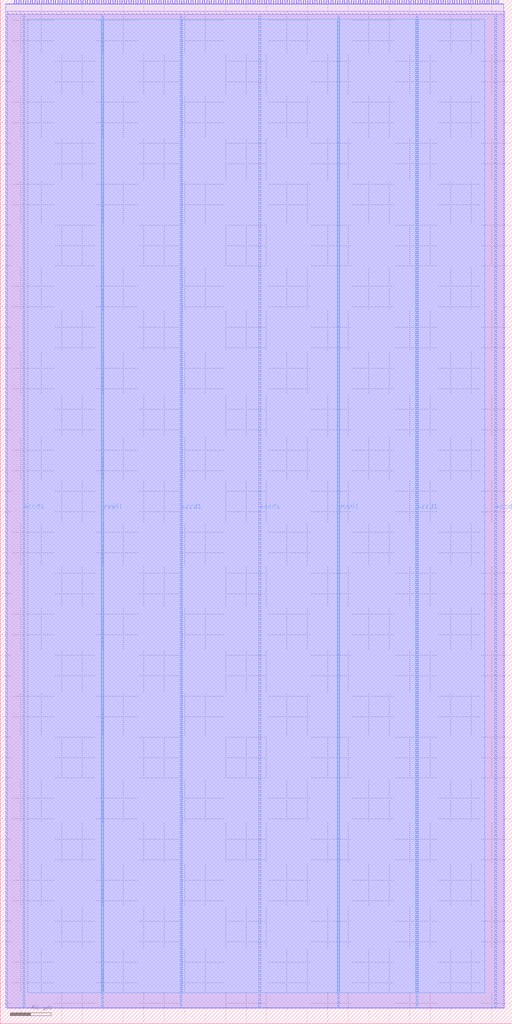
<source format=lef>
VERSION 5.7 ;
  NOWIREEXTENSIONATPIN ON ;
  DIVIDERCHAR "/" ;
  BUSBITCHARS "[]" ;
MACRO core1
  CLASS BLOCK ;
  FOREIGN core1 ;
  ORIGIN 0.000 0.000 ;
  SIZE 500.000 BY 1000.000 ;
  PIN dbg_pc[0]
    DIRECTION OUTPUT TRISTATE ;
    USE SIGNAL ;
    ANTENNADIFFAREA 2.080400 ;
    PORT
      LAYER Metal2 ;
        RECT 53.760 996.000 54.320 1000.000 ;
    END
  END dbg_pc[0]
  PIN dbg_pc[10]
    DIRECTION OUTPUT TRISTATE ;
    USE SIGNAL ;
    ANTENNADIFFAREA 2.080400 ;
    PORT
      LAYER Metal2 ;
        RECT 318.080 996.000 318.640 1000.000 ;
    END
  END dbg_pc[10]
  PIN dbg_pc[11]
    DIRECTION OUTPUT TRISTATE ;
    USE SIGNAL ;
    ANTENNADIFFAREA 2.080400 ;
    PORT
      LAYER Metal2 ;
        RECT 340.480 996.000 341.040 1000.000 ;
    END
  END dbg_pc[11]
  PIN dbg_pc[12]
    DIRECTION OUTPUT TRISTATE ;
    USE SIGNAL ;
    ANTENNADIFFAREA 2.080400 ;
    PORT
      LAYER Metal2 ;
        RECT 362.880 996.000 363.440 1000.000 ;
    END
  END dbg_pc[12]
  PIN dbg_pc[13]
    DIRECTION OUTPUT TRISTATE ;
    USE SIGNAL ;
    ANTENNADIFFAREA 2.080400 ;
    PORT
      LAYER Metal2 ;
        RECT 385.280 996.000 385.840 1000.000 ;
    END
  END dbg_pc[13]
  PIN dbg_pc[14]
    DIRECTION OUTPUT TRISTATE ;
    USE SIGNAL ;
    ANTENNADIFFAREA 2.080400 ;
    PORT
      LAYER Metal2 ;
        RECT 407.680 996.000 408.240 1000.000 ;
    END
  END dbg_pc[14]
  PIN dbg_pc[15]
    DIRECTION OUTPUT TRISTATE ;
    USE SIGNAL ;
    ANTENNADIFFAREA 2.080400 ;
    PORT
      LAYER Metal2 ;
        RECT 430.080 996.000 430.640 1000.000 ;
    END
  END dbg_pc[15]
  PIN dbg_pc[1]
    DIRECTION OUTPUT TRISTATE ;
    USE SIGNAL ;
    ANTENNADIFFAREA 2.080400 ;
    PORT
      LAYER Metal2 ;
        RECT 82.880 996.000 83.440 1000.000 ;
    END
  END dbg_pc[1]
  PIN dbg_pc[2]
    DIRECTION OUTPUT TRISTATE ;
    USE SIGNAL ;
    ANTENNADIFFAREA 2.080400 ;
    PORT
      LAYER Metal2 ;
        RECT 112.000 996.000 112.560 1000.000 ;
    END
  END dbg_pc[2]
  PIN dbg_pc[3]
    DIRECTION OUTPUT TRISTATE ;
    USE SIGNAL ;
    ANTENNADIFFAREA 1.986000 ;
    PORT
      LAYER Metal2 ;
        RECT 138.880 996.000 139.440 1000.000 ;
    END
  END dbg_pc[3]
  PIN dbg_pc[4]
    DIRECTION OUTPUT TRISTATE ;
    USE SIGNAL ;
    ANTENNADIFFAREA 2.080400 ;
    PORT
      LAYER Metal2 ;
        RECT 165.760 996.000 166.320 1000.000 ;
    END
  END dbg_pc[4]
  PIN dbg_pc[5]
    DIRECTION OUTPUT TRISTATE ;
    USE SIGNAL ;
    ANTENNADIFFAREA 2.080400 ;
    PORT
      LAYER Metal2 ;
        RECT 192.640 996.000 193.200 1000.000 ;
    END
  END dbg_pc[5]
  PIN dbg_pc[6]
    DIRECTION OUTPUT TRISTATE ;
    USE SIGNAL ;
    ANTENNADIFFAREA 2.080400 ;
    PORT
      LAYER Metal2 ;
        RECT 219.520 996.000 220.080 1000.000 ;
    END
  END dbg_pc[6]
  PIN dbg_pc[7]
    DIRECTION OUTPUT TRISTATE ;
    USE SIGNAL ;
    ANTENNADIFFAREA 1.986000 ;
    PORT
      LAYER Metal2 ;
        RECT 246.400 996.000 246.960 1000.000 ;
    END
  END dbg_pc[7]
  PIN dbg_pc[8]
    DIRECTION OUTPUT TRISTATE ;
    USE SIGNAL ;
    ANTENNADIFFAREA 2.080400 ;
    PORT
      LAYER Metal2 ;
        RECT 273.280 996.000 273.840 1000.000 ;
    END
  END dbg_pc[8]
  PIN dbg_pc[9]
    DIRECTION OUTPUT TRISTATE ;
    USE SIGNAL ;
    ANTENNADIFFAREA 2.080400 ;
    PORT
      LAYER Metal2 ;
        RECT 295.680 996.000 296.240 1000.000 ;
    END
  END dbg_pc[9]
  PIN dbg_r0[0]
    DIRECTION OUTPUT TRISTATE ;
    USE SIGNAL ;
    ANTENNADIFFAREA 2.080400 ;
    PORT
      LAYER Metal2 ;
        RECT 56.000 996.000 56.560 1000.000 ;
    END
  END dbg_r0[0]
  PIN dbg_r0[10]
    DIRECTION OUTPUT TRISTATE ;
    USE SIGNAL ;
    ANTENNADIFFAREA 2.080400 ;
    PORT
      LAYER Metal2 ;
        RECT 320.320 996.000 320.880 1000.000 ;
    END
  END dbg_r0[10]
  PIN dbg_r0[11]
    DIRECTION OUTPUT TRISTATE ;
    USE SIGNAL ;
    ANTENNADIFFAREA 2.080400 ;
    PORT
      LAYER Metal2 ;
        RECT 342.720 996.000 343.280 1000.000 ;
    END
  END dbg_r0[11]
  PIN dbg_r0[12]
    DIRECTION OUTPUT TRISTATE ;
    USE SIGNAL ;
    ANTENNADIFFAREA 2.080400 ;
    PORT
      LAYER Metal2 ;
        RECT 365.120 996.000 365.680 1000.000 ;
    END
  END dbg_r0[12]
  PIN dbg_r0[13]
    DIRECTION OUTPUT TRISTATE ;
    USE SIGNAL ;
    ANTENNADIFFAREA 2.080400 ;
    PORT
      LAYER Metal2 ;
        RECT 387.520 996.000 388.080 1000.000 ;
    END
  END dbg_r0[13]
  PIN dbg_r0[14]
    DIRECTION OUTPUT TRISTATE ;
    USE SIGNAL ;
    ANTENNADIFFAREA 2.080400 ;
    PORT
      LAYER Metal2 ;
        RECT 409.920 996.000 410.480 1000.000 ;
    END
  END dbg_r0[14]
  PIN dbg_r0[15]
    DIRECTION OUTPUT TRISTATE ;
    USE SIGNAL ;
    ANTENNADIFFAREA 2.080400 ;
    PORT
      LAYER Metal2 ;
        RECT 432.320 996.000 432.880 1000.000 ;
    END
  END dbg_r0[15]
  PIN dbg_r0[1]
    DIRECTION OUTPUT TRISTATE ;
    USE SIGNAL ;
    ANTENNADIFFAREA 2.080400 ;
    PORT
      LAYER Metal2 ;
        RECT 85.120 996.000 85.680 1000.000 ;
    END
  END dbg_r0[1]
  PIN dbg_r0[2]
    DIRECTION OUTPUT TRISTATE ;
    USE SIGNAL ;
    ANTENNADIFFAREA 2.080400 ;
    PORT
      LAYER Metal2 ;
        RECT 114.240 996.000 114.800 1000.000 ;
    END
  END dbg_r0[2]
  PIN dbg_r0[3]
    DIRECTION OUTPUT TRISTATE ;
    USE SIGNAL ;
    ANTENNADIFFAREA 2.080400 ;
    PORT
      LAYER Metal2 ;
        RECT 141.120 996.000 141.680 1000.000 ;
    END
  END dbg_r0[3]
  PIN dbg_r0[4]
    DIRECTION OUTPUT TRISTATE ;
    USE SIGNAL ;
    ANTENNADIFFAREA 2.080400 ;
    PORT
      LAYER Metal2 ;
        RECT 168.000 996.000 168.560 1000.000 ;
    END
  END dbg_r0[4]
  PIN dbg_r0[5]
    DIRECTION OUTPUT TRISTATE ;
    USE SIGNAL ;
    ANTENNADIFFAREA 2.080400 ;
    PORT
      LAYER Metal2 ;
        RECT 194.880 996.000 195.440 1000.000 ;
    END
  END dbg_r0[5]
  PIN dbg_r0[6]
    DIRECTION OUTPUT TRISTATE ;
    USE SIGNAL ;
    ANTENNADIFFAREA 1.986000 ;
    PORT
      LAYER Metal2 ;
        RECT 221.760 996.000 222.320 1000.000 ;
    END
  END dbg_r0[6]
  PIN dbg_r0[7]
    DIRECTION OUTPUT TRISTATE ;
    USE SIGNAL ;
    ANTENNADIFFAREA 2.080400 ;
    PORT
      LAYER Metal2 ;
        RECT 248.640 996.000 249.200 1000.000 ;
    END
  END dbg_r0[7]
  PIN dbg_r0[8]
    DIRECTION OUTPUT TRISTATE ;
    USE SIGNAL ;
    ANTENNADIFFAREA 2.080400 ;
    PORT
      LAYER Metal2 ;
        RECT 275.520 996.000 276.080 1000.000 ;
    END
  END dbg_r0[8]
  PIN dbg_r0[9]
    DIRECTION OUTPUT TRISTATE ;
    USE SIGNAL ;
    ANTENNADIFFAREA 2.080400 ;
    PORT
      LAYER Metal2 ;
        RECT 297.920 996.000 298.480 1000.000 ;
    END
  END dbg_r0[9]
  PIN i_clk
    DIRECTION INPUT ;
    USE SIGNAL ;
    ANTENNAGATEAREA 4.738000 ;
    ANTENNADIFFAREA 0.410400 ;
    PORT
      LAYER Metal2 ;
        RECT 13.440 996.000 14.000 1000.000 ;
    END
  END i_clk
  PIN i_core_int_sreg[0]
    DIRECTION INPUT ;
    USE SIGNAL ;
    ANTENNAGATEAREA 1.102000 ;
    ANTENNADIFFAREA 0.410400 ;
    PORT
      LAYER Metal2 ;
        RECT 58.240 996.000 58.800 1000.000 ;
    END
  END i_core_int_sreg[0]
  PIN i_core_int_sreg[10]
    DIRECTION INPUT ;
    USE SIGNAL ;
    ANTENNAGATEAREA 0.726000 ;
    ANTENNADIFFAREA 0.410400 ;
    PORT
      LAYER Metal2 ;
        RECT 322.560 996.000 323.120 1000.000 ;
    END
  END i_core_int_sreg[10]
  PIN i_core_int_sreg[11]
    DIRECTION INPUT ;
    USE SIGNAL ;
    ANTENNAGATEAREA 0.726000 ;
    ANTENNADIFFAREA 0.410400 ;
    PORT
      LAYER Metal2 ;
        RECT 344.960 996.000 345.520 1000.000 ;
    END
  END i_core_int_sreg[11]
  PIN i_core_int_sreg[12]
    DIRECTION INPUT ;
    USE SIGNAL ;
    ANTENNAGATEAREA 1.102000 ;
    ANTENNADIFFAREA 0.410400 ;
    PORT
      LAYER Metal2 ;
        RECT 367.360 996.000 367.920 1000.000 ;
    END
  END i_core_int_sreg[12]
  PIN i_core_int_sreg[13]
    DIRECTION INPUT ;
    USE SIGNAL ;
    ANTENNAGATEAREA 0.726000 ;
    ANTENNADIFFAREA 0.410400 ;
    PORT
      LAYER Metal2 ;
        RECT 389.760 996.000 390.320 1000.000 ;
    END
  END i_core_int_sreg[13]
  PIN i_core_int_sreg[14]
    DIRECTION INPUT ;
    USE SIGNAL ;
    ANTENNAGATEAREA 1.102000 ;
    ANTENNADIFFAREA 0.410400 ;
    PORT
      LAYER Metal2 ;
        RECT 412.160 996.000 412.720 1000.000 ;
    END
  END i_core_int_sreg[14]
  PIN i_core_int_sreg[15]
    DIRECTION INPUT ;
    USE SIGNAL ;
    ANTENNAGATEAREA 1.102000 ;
    ANTENNADIFFAREA 0.410400 ;
    PORT
      LAYER Metal2 ;
        RECT 434.560 996.000 435.120 1000.000 ;
    END
  END i_core_int_sreg[15]
  PIN i_core_int_sreg[1]
    DIRECTION INPUT ;
    USE SIGNAL ;
    ANTENNAGATEAREA 0.726000 ;
    ANTENNADIFFAREA 0.410400 ;
    PORT
      LAYER Metal2 ;
        RECT 87.360 996.000 87.920 1000.000 ;
    END
  END i_core_int_sreg[1]
  PIN i_core_int_sreg[2]
    DIRECTION INPUT ;
    USE SIGNAL ;
    ANTENNAGATEAREA 1.102000 ;
    ANTENNADIFFAREA 0.410400 ;
    PORT
      LAYER Metal2 ;
        RECT 116.480 996.000 117.040 1000.000 ;
    END
  END i_core_int_sreg[2]
  PIN i_core_int_sreg[3]
    DIRECTION INPUT ;
    USE SIGNAL ;
    ANTENNAGATEAREA 0.726000 ;
    ANTENNADIFFAREA 0.410400 ;
    PORT
      LAYER Metal2 ;
        RECT 143.360 996.000 143.920 1000.000 ;
    END
  END i_core_int_sreg[3]
  PIN i_core_int_sreg[4]
    DIRECTION INPUT ;
    USE SIGNAL ;
    ANTENNAGATEAREA 0.726000 ;
    ANTENNADIFFAREA 0.410400 ;
    PORT
      LAYER Metal2 ;
        RECT 170.240 996.000 170.800 1000.000 ;
    END
  END i_core_int_sreg[4]
  PIN i_core_int_sreg[5]
    DIRECTION INPUT ;
    USE SIGNAL ;
    ANTENNAGATEAREA 1.102000 ;
    ANTENNADIFFAREA 0.410400 ;
    PORT
      LAYER Metal2 ;
        RECT 197.120 996.000 197.680 1000.000 ;
    END
  END i_core_int_sreg[5]
  PIN i_core_int_sreg[6]
    DIRECTION INPUT ;
    USE SIGNAL ;
    ANTENNAGATEAREA 1.102000 ;
    ANTENNADIFFAREA 0.410400 ;
    PORT
      LAYER Metal2 ;
        RECT 224.000 996.000 224.560 1000.000 ;
    END
  END i_core_int_sreg[6]
  PIN i_core_int_sreg[7]
    DIRECTION INPUT ;
    USE SIGNAL ;
    ANTENNAGATEAREA 1.183000 ;
    ANTENNADIFFAREA 0.410400 ;
    PORT
      LAYER Metal2 ;
        RECT 250.880 996.000 251.440 1000.000 ;
    END
  END i_core_int_sreg[7]
  PIN i_core_int_sreg[8]
    DIRECTION INPUT ;
    USE SIGNAL ;
    ANTENNAGATEAREA 0.726000 ;
    ANTENNADIFFAREA 0.410400 ;
    PORT
      LAYER Metal2 ;
        RECT 277.760 996.000 278.320 1000.000 ;
    END
  END i_core_int_sreg[8]
  PIN i_core_int_sreg[9]
    DIRECTION INPUT ;
    USE SIGNAL ;
    ANTENNAGATEAREA 0.726000 ;
    ANTENNADIFFAREA 0.410400 ;
    PORT
      LAYER Metal2 ;
        RECT 300.160 996.000 300.720 1000.000 ;
    END
  END i_core_int_sreg[9]
  PIN i_disable
    DIRECTION INPUT ;
    USE SIGNAL ;
    ANTENNAGATEAREA 0.741000 ;
    ANTENNADIFFAREA 0.410400 ;
    PORT
      LAYER Metal2 ;
        RECT 15.680 996.000 16.240 1000.000 ;
    END
  END i_disable
  PIN i_irq
    DIRECTION INPUT ;
    USE SIGNAL ;
    ANTENNAGATEAREA 0.726000 ;
    ANTENNADIFFAREA 0.410400 ;
    PORT
      LAYER Metal2 ;
        RECT 17.920 996.000 18.480 1000.000 ;
    END
  END i_irq
  PIN i_mc_core_int
    DIRECTION INPUT ;
    USE SIGNAL ;
    ANTENNAGATEAREA 0.726000 ;
    ANTENNADIFFAREA 0.410400 ;
    PORT
      LAYER Metal2 ;
        RECT 20.160 996.000 20.720 1000.000 ;
    END
  END i_mc_core_int
  PIN i_mem_ack
    DIRECTION INPUT ;
    USE SIGNAL ;
    ANTENNAGATEAREA 0.726000 ;
    ANTENNADIFFAREA 0.410400 ;
    PORT
      LAYER Metal2 ;
        RECT 22.400 996.000 22.960 1000.000 ;
    END
  END i_mem_ack
  PIN i_mem_data[0]
    DIRECTION INPUT ;
    USE SIGNAL ;
    ANTENNAGATEAREA 0.741000 ;
    ANTENNADIFFAREA 0.410400 ;
    PORT
      LAYER Metal2 ;
        RECT 60.480 996.000 61.040 1000.000 ;
    END
  END i_mem_data[0]
  PIN i_mem_data[10]
    DIRECTION INPUT ;
    USE SIGNAL ;
    ANTENNAGATEAREA 0.726000 ;
    ANTENNADIFFAREA 0.410400 ;
    PORT
      LAYER Metal2 ;
        RECT 324.800 996.000 325.360 1000.000 ;
    END
  END i_mem_data[10]
  PIN i_mem_data[11]
    DIRECTION INPUT ;
    USE SIGNAL ;
    ANTENNAGATEAREA 0.726000 ;
    ANTENNADIFFAREA 0.410400 ;
    PORT
      LAYER Metal2 ;
        RECT 347.200 996.000 347.760 1000.000 ;
    END
  END i_mem_data[11]
  PIN i_mem_data[12]
    DIRECTION INPUT ;
    USE SIGNAL ;
    ANTENNAGATEAREA 0.726000 ;
    ANTENNADIFFAREA 0.410400 ;
    PORT
      LAYER Metal2 ;
        RECT 369.600 996.000 370.160 1000.000 ;
    END
  END i_mem_data[12]
  PIN i_mem_data[13]
    DIRECTION INPUT ;
    USE SIGNAL ;
    ANTENNAGATEAREA 0.726000 ;
    ANTENNADIFFAREA 0.410400 ;
    PORT
      LAYER Metal2 ;
        RECT 392.000 996.000 392.560 1000.000 ;
    END
  END i_mem_data[13]
  PIN i_mem_data[14]
    DIRECTION INPUT ;
    USE SIGNAL ;
    ANTENNAGATEAREA 1.102000 ;
    ANTENNADIFFAREA 0.410400 ;
    PORT
      LAYER Metal2 ;
        RECT 414.400 996.000 414.960 1000.000 ;
    END
  END i_mem_data[14]
  PIN i_mem_data[15]
    DIRECTION INPUT ;
    USE SIGNAL ;
    ANTENNAGATEAREA 1.102000 ;
    ANTENNADIFFAREA 0.410400 ;
    PORT
      LAYER Metal2 ;
        RECT 436.800 996.000 437.360 1000.000 ;
    END
  END i_mem_data[15]
  PIN i_mem_data[1]
    DIRECTION INPUT ;
    USE SIGNAL ;
    ANTENNAGATEAREA 0.741000 ;
    ANTENNADIFFAREA 0.410400 ;
    PORT
      LAYER Metal2 ;
        RECT 89.600 996.000 90.160 1000.000 ;
    END
  END i_mem_data[1]
  PIN i_mem_data[2]
    DIRECTION INPUT ;
    USE SIGNAL ;
    ANTENNAGATEAREA 0.741000 ;
    ANTENNADIFFAREA 0.410400 ;
    PORT
      LAYER Metal2 ;
        RECT 118.720 996.000 119.280 1000.000 ;
    END
  END i_mem_data[2]
  PIN i_mem_data[3]
    DIRECTION INPUT ;
    USE SIGNAL ;
    ANTENNAGATEAREA 0.741000 ;
    ANTENNADIFFAREA 0.410400 ;
    PORT
      LAYER Metal2 ;
        RECT 145.600 996.000 146.160 1000.000 ;
    END
  END i_mem_data[3]
  PIN i_mem_data[4]
    DIRECTION INPUT ;
    USE SIGNAL ;
    ANTENNAGATEAREA 0.741000 ;
    ANTENNADIFFAREA 0.410400 ;
    PORT
      LAYER Metal2 ;
        RECT 172.480 996.000 173.040 1000.000 ;
    END
  END i_mem_data[4]
  PIN i_mem_data[5]
    DIRECTION INPUT ;
    USE SIGNAL ;
    ANTENNAGATEAREA 0.741000 ;
    ANTENNADIFFAREA 0.410400 ;
    PORT
      LAYER Metal2 ;
        RECT 199.360 996.000 199.920 1000.000 ;
    END
  END i_mem_data[5]
  PIN i_mem_data[6]
    DIRECTION INPUT ;
    USE SIGNAL ;
    ANTENNAGATEAREA 0.741000 ;
    ANTENNADIFFAREA 0.410400 ;
    PORT
      LAYER Metal2 ;
        RECT 226.240 996.000 226.800 1000.000 ;
    END
  END i_mem_data[6]
  PIN i_mem_data[7]
    DIRECTION INPUT ;
    USE SIGNAL ;
    ANTENNAGATEAREA 0.741000 ;
    ANTENNADIFFAREA 0.410400 ;
    PORT
      LAYER Metal2 ;
        RECT 253.120 996.000 253.680 1000.000 ;
    END
  END i_mem_data[7]
  PIN i_mem_data[8]
    DIRECTION INPUT ;
    USE SIGNAL ;
    ANTENNAGATEAREA 0.726000 ;
    ANTENNADIFFAREA 0.410400 ;
    PORT
      LAYER Metal2 ;
        RECT 280.000 996.000 280.560 1000.000 ;
    END
  END i_mem_data[8]
  PIN i_mem_data[9]
    DIRECTION INPUT ;
    USE SIGNAL ;
    ANTENNAGATEAREA 0.726000 ;
    ANTENNADIFFAREA 0.410400 ;
    PORT
      LAYER Metal2 ;
        RECT 302.400 996.000 302.960 1000.000 ;
    END
  END i_mem_data[9]
  PIN i_mem_exception
    DIRECTION INPUT ;
    USE SIGNAL ;
    ANTENNAGATEAREA 1.102000 ;
    ANTENNADIFFAREA 0.410400 ;
    PORT
      LAYER Metal2 ;
        RECT 24.640 996.000 25.200 1000.000 ;
    END
  END i_mem_exception
  PIN i_req_data[0]
    DIRECTION INPUT ;
    USE SIGNAL ;
    ANTENNAGATEAREA 1.102000 ;
    ANTENNADIFFAREA 0.410400 ;
    PORT
      LAYER Metal2 ;
        RECT 62.720 996.000 63.280 1000.000 ;
    END
  END i_req_data[0]
  PIN i_req_data[10]
    DIRECTION INPUT ;
    USE SIGNAL ;
    ANTENNAGATEAREA 0.498500 ;
    ANTENNADIFFAREA 0.410400 ;
    PORT
      LAYER Metal2 ;
        RECT 327.040 996.000 327.600 1000.000 ;
    END
  END i_req_data[10]
  PIN i_req_data[11]
    DIRECTION INPUT ;
    USE SIGNAL ;
    ANTENNAGATEAREA 0.726000 ;
    ANTENNADIFFAREA 0.410400 ;
    PORT
      LAYER Metal2 ;
        RECT 349.440 996.000 350.000 1000.000 ;
    END
  END i_req_data[11]
  PIN i_req_data[12]
    DIRECTION INPUT ;
    USE SIGNAL ;
    ANTENNAGATEAREA 0.726000 ;
    ANTENNADIFFAREA 0.410400 ;
    PORT
      LAYER Metal2 ;
        RECT 371.840 996.000 372.400 1000.000 ;
    END
  END i_req_data[12]
  PIN i_req_data[13]
    DIRECTION INPUT ;
    USE SIGNAL ;
    ANTENNAGATEAREA 0.726000 ;
    ANTENNADIFFAREA 0.410400 ;
    PORT
      LAYER Metal2 ;
        RECT 394.240 996.000 394.800 1000.000 ;
    END
  END i_req_data[13]
  PIN i_req_data[14]
    DIRECTION INPUT ;
    USE SIGNAL ;
    ANTENNAGATEAREA 0.726000 ;
    ANTENNADIFFAREA 0.410400 ;
    PORT
      LAYER Metal2 ;
        RECT 416.640 996.000 417.200 1000.000 ;
    END
  END i_req_data[14]
  PIN i_req_data[15]
    DIRECTION INPUT ;
    USE SIGNAL ;
    ANTENNAGATEAREA 0.726000 ;
    ANTENNADIFFAREA 0.410400 ;
    PORT
      LAYER Metal2 ;
        RECT 439.040 996.000 439.600 1000.000 ;
    END
  END i_req_data[15]
  PIN i_req_data[16]
    DIRECTION INPUT ;
    USE SIGNAL ;
    ANTENNAGATEAREA 0.726000 ;
    ANTENNADIFFAREA 0.410400 ;
    PORT
      LAYER Metal2 ;
        RECT 452.480 996.000 453.040 1000.000 ;
    END
  END i_req_data[16]
  PIN i_req_data[17]
    DIRECTION INPUT ;
    USE SIGNAL ;
    ANTENNAGATEAREA 0.498500 ;
    ANTENNADIFFAREA 0.410400 ;
    PORT
      LAYER Metal2 ;
        RECT 454.720 996.000 455.280 1000.000 ;
    END
  END i_req_data[17]
  PIN i_req_data[18]
    DIRECTION INPUT ;
    USE SIGNAL ;
    ANTENNAGATEAREA 0.498500 ;
    ANTENNADIFFAREA 0.410400 ;
    PORT
      LAYER Metal2 ;
        RECT 456.960 996.000 457.520 1000.000 ;
    END
  END i_req_data[18]
  PIN i_req_data[19]
    DIRECTION INPUT ;
    USE SIGNAL ;
    ANTENNAGATEAREA 0.726000 ;
    ANTENNADIFFAREA 0.410400 ;
    PORT
      LAYER Metal2 ;
        RECT 459.200 996.000 459.760 1000.000 ;
    END
  END i_req_data[19]
  PIN i_req_data[1]
    DIRECTION INPUT ;
    USE SIGNAL ;
    ANTENNAGATEAREA 1.102000 ;
    ANTENNADIFFAREA 0.410400 ;
    PORT
      LAYER Metal2 ;
        RECT 91.840 996.000 92.400 1000.000 ;
    END
  END i_req_data[1]
  PIN i_req_data[20]
    DIRECTION INPUT ;
    USE SIGNAL ;
    ANTENNAGATEAREA 0.498500 ;
    ANTENNADIFFAREA 0.410400 ;
    PORT
      LAYER Metal2 ;
        RECT 461.440 996.000 462.000 1000.000 ;
    END
  END i_req_data[20]
  PIN i_req_data[21]
    DIRECTION INPUT ;
    USE SIGNAL ;
    ANTENNAGATEAREA 0.726000 ;
    ANTENNADIFFAREA 0.410400 ;
    PORT
      LAYER Metal2 ;
        RECT 463.680 996.000 464.240 1000.000 ;
    END
  END i_req_data[21]
  PIN i_req_data[22]
    DIRECTION INPUT ;
    USE SIGNAL ;
    ANTENNAGATEAREA 0.498500 ;
    ANTENNADIFFAREA 0.410400 ;
    PORT
      LAYER Metal2 ;
        RECT 465.920 996.000 466.480 1000.000 ;
    END
  END i_req_data[22]
  PIN i_req_data[23]
    DIRECTION INPUT ;
    USE SIGNAL ;
    ANTENNAGATEAREA 0.498500 ;
    ANTENNADIFFAREA 0.410400 ;
    PORT
      LAYER Metal2 ;
        RECT 468.160 996.000 468.720 1000.000 ;
    END
  END i_req_data[23]
  PIN i_req_data[24]
    DIRECTION INPUT ;
    USE SIGNAL ;
    ANTENNAGATEAREA 0.498500 ;
    ANTENNADIFFAREA 0.410400 ;
    PORT
      LAYER Metal2 ;
        RECT 470.400 996.000 470.960 1000.000 ;
    END
  END i_req_data[24]
  PIN i_req_data[25]
    DIRECTION INPUT ;
    USE SIGNAL ;
    ANTENNAGATEAREA 0.726000 ;
    ANTENNADIFFAREA 0.410400 ;
    PORT
      LAYER Metal2 ;
        RECT 472.640 996.000 473.200 1000.000 ;
    END
  END i_req_data[25]
  PIN i_req_data[26]
    DIRECTION INPUT ;
    USE SIGNAL ;
    ANTENNAGATEAREA 0.726000 ;
    ANTENNADIFFAREA 0.410400 ;
    PORT
      LAYER Metal2 ;
        RECT 474.880 996.000 475.440 1000.000 ;
    END
  END i_req_data[26]
  PIN i_req_data[27]
    DIRECTION INPUT ;
    USE SIGNAL ;
    ANTENNAGATEAREA 0.726000 ;
    ANTENNADIFFAREA 0.410400 ;
    PORT
      LAYER Metal2 ;
        RECT 477.120 996.000 477.680 1000.000 ;
    END
  END i_req_data[27]
  PIN i_req_data[28]
    DIRECTION INPUT ;
    USE SIGNAL ;
    ANTENNAGATEAREA 0.726000 ;
    ANTENNADIFFAREA 0.410400 ;
    PORT
      LAYER Metal2 ;
        RECT 479.360 996.000 479.920 1000.000 ;
    END
  END i_req_data[28]
  PIN i_req_data[29]
    DIRECTION INPUT ;
    USE SIGNAL ;
    ANTENNAGATEAREA 0.726000 ;
    ANTENNADIFFAREA 0.410400 ;
    PORT
      LAYER Metal2 ;
        RECT 481.600 996.000 482.160 1000.000 ;
    END
  END i_req_data[29]
  PIN i_req_data[2]
    DIRECTION INPUT ;
    USE SIGNAL ;
    ANTENNAGATEAREA 0.726000 ;
    ANTENNADIFFAREA 0.410400 ;
    PORT
      LAYER Metal2 ;
        RECT 120.960 996.000 121.520 1000.000 ;
    END
  END i_req_data[2]
  PIN i_req_data[30]
    DIRECTION INPUT ;
    USE SIGNAL ;
    ANTENNAGATEAREA 0.498500 ;
    ANTENNADIFFAREA 0.410400 ;
    PORT
      LAYER Metal2 ;
        RECT 483.840 996.000 484.400 1000.000 ;
    END
  END i_req_data[30]
  PIN i_req_data[31]
    DIRECTION INPUT ;
    USE SIGNAL ;
    ANTENNAGATEAREA 0.726000 ;
    ANTENNADIFFAREA 0.410400 ;
    PORT
      LAYER Metal2 ;
        RECT 486.080 996.000 486.640 1000.000 ;
    END
  END i_req_data[31]
  PIN i_req_data[3]
    DIRECTION INPUT ;
    USE SIGNAL ;
    ANTENNAGATEAREA 0.726000 ;
    ANTENNADIFFAREA 0.410400 ;
    PORT
      LAYER Metal2 ;
        RECT 147.840 996.000 148.400 1000.000 ;
    END
  END i_req_data[3]
  PIN i_req_data[4]
    DIRECTION INPUT ;
    USE SIGNAL ;
    ANTENNAGATEAREA 0.498500 ;
    ANTENNADIFFAREA 0.410400 ;
    PORT
      LAYER Metal2 ;
        RECT 174.720 996.000 175.280 1000.000 ;
    END
  END i_req_data[4]
  PIN i_req_data[5]
    DIRECTION INPUT ;
    USE SIGNAL ;
    ANTENNAGATEAREA 0.498500 ;
    ANTENNADIFFAREA 0.410400 ;
    PORT
      LAYER Metal2 ;
        RECT 201.600 996.000 202.160 1000.000 ;
    END
  END i_req_data[5]
  PIN i_req_data[6]
    DIRECTION INPUT ;
    USE SIGNAL ;
    ANTENNAGATEAREA 0.498500 ;
    ANTENNADIFFAREA 0.410400 ;
    PORT
      LAYER Metal2 ;
        RECT 228.480 996.000 229.040 1000.000 ;
    END
  END i_req_data[6]
  PIN i_req_data[7]
    DIRECTION INPUT ;
    USE SIGNAL ;
    ANTENNAGATEAREA 0.498500 ;
    ANTENNADIFFAREA 0.410400 ;
    PORT
      LAYER Metal2 ;
        RECT 255.360 996.000 255.920 1000.000 ;
    END
  END i_req_data[7]
  PIN i_req_data[8]
    DIRECTION INPUT ;
    USE SIGNAL ;
    ANTENNAGATEAREA 0.498500 ;
    ANTENNADIFFAREA 0.410400 ;
    PORT
      LAYER Metal2 ;
        RECT 282.240 996.000 282.800 1000.000 ;
    END
  END i_req_data[8]
  PIN i_req_data[9]
    DIRECTION INPUT ;
    USE SIGNAL ;
    ANTENNAGATEAREA 0.498500 ;
    ANTENNADIFFAREA 0.410400 ;
    PORT
      LAYER Metal2 ;
        RECT 304.640 996.000 305.200 1000.000 ;
    END
  END i_req_data[9]
  PIN i_req_data_valid
    DIRECTION INPUT ;
    USE SIGNAL ;
    ANTENNAGATEAREA 0.726000 ;
    ANTENNADIFFAREA 0.410400 ;
    PORT
      LAYER Metal2 ;
        RECT 26.880 996.000 27.440 1000.000 ;
    END
  END i_req_data_valid
  PIN i_rst
    DIRECTION INPUT ;
    USE SIGNAL ;
    ANTENNAGATEAREA 0.741000 ;
    ANTENNADIFFAREA 0.410400 ;
    PORT
      LAYER Metal2 ;
        RECT 29.120 996.000 29.680 1000.000 ;
    END
  END i_rst
  PIN o_c_data_page
    DIRECTION OUTPUT TRISTATE ;
    USE SIGNAL ;
    ANTENNADIFFAREA 2.080400 ;
    PORT
      LAYER Metal2 ;
        RECT 31.360 996.000 31.920 1000.000 ;
    END
  END o_c_data_page
  PIN o_c_instr_long
    DIRECTION OUTPUT TRISTATE ;
    USE SIGNAL ;
    ANTENNADIFFAREA 2.080400 ;
    PORT
      LAYER Metal2 ;
        RECT 33.600 996.000 34.160 1000.000 ;
    END
  END o_c_instr_long
  PIN o_c_instr_page
    DIRECTION OUTPUT TRISTATE ;
    USE SIGNAL ;
    ANTENNADIFFAREA 2.080400 ;
    PORT
      LAYER Metal2 ;
        RECT 35.840 996.000 36.400 1000.000 ;
    END
  END o_c_instr_page
  PIN o_icache_flush
    DIRECTION OUTPUT TRISTATE ;
    USE SIGNAL ;
    ANTENNADIFFAREA 2.080400 ;
    PORT
      LAYER Metal2 ;
        RECT 38.080 996.000 38.640 1000.000 ;
    END
  END o_icache_flush
  PIN o_instr_long_addr[0]
    DIRECTION OUTPUT TRISTATE ;
    USE SIGNAL ;
    ANTENNADIFFAREA 2.080400 ;
    PORT
      LAYER Metal2 ;
        RECT 64.960 996.000 65.520 1000.000 ;
    END
  END o_instr_long_addr[0]
  PIN o_instr_long_addr[1]
    DIRECTION OUTPUT TRISTATE ;
    USE SIGNAL ;
    ANTENNADIFFAREA 2.080400 ;
    PORT
      LAYER Metal2 ;
        RECT 94.080 996.000 94.640 1000.000 ;
    END
  END o_instr_long_addr[1]
  PIN o_instr_long_addr[2]
    DIRECTION OUTPUT TRISTATE ;
    USE SIGNAL ;
    ANTENNADIFFAREA 1.986000 ;
    PORT
      LAYER Metal2 ;
        RECT 123.200 996.000 123.760 1000.000 ;
    END
  END o_instr_long_addr[2]
  PIN o_instr_long_addr[3]
    DIRECTION OUTPUT TRISTATE ;
    USE SIGNAL ;
    ANTENNADIFFAREA 2.080400 ;
    PORT
      LAYER Metal2 ;
        RECT 150.080 996.000 150.640 1000.000 ;
    END
  END o_instr_long_addr[3]
  PIN o_instr_long_addr[4]
    DIRECTION OUTPUT TRISTATE ;
    USE SIGNAL ;
    ANTENNADIFFAREA 2.080400 ;
    PORT
      LAYER Metal2 ;
        RECT 176.960 996.000 177.520 1000.000 ;
    END
  END o_instr_long_addr[4]
  PIN o_instr_long_addr[5]
    DIRECTION OUTPUT TRISTATE ;
    USE SIGNAL ;
    ANTENNADIFFAREA 2.080400 ;
    PORT
      LAYER Metal2 ;
        RECT 203.840 996.000 204.400 1000.000 ;
    END
  END o_instr_long_addr[5]
  PIN o_instr_long_addr[6]
    DIRECTION OUTPUT TRISTATE ;
    USE SIGNAL ;
    ANTENNADIFFAREA 2.080400 ;
    PORT
      LAYER Metal2 ;
        RECT 230.720 996.000 231.280 1000.000 ;
    END
  END o_instr_long_addr[6]
  PIN o_instr_long_addr[7]
    DIRECTION OUTPUT TRISTATE ;
    USE SIGNAL ;
    ANTENNADIFFAREA 2.080400 ;
    PORT
      LAYER Metal2 ;
        RECT 257.600 996.000 258.160 1000.000 ;
    END
  END o_instr_long_addr[7]
  PIN o_mem_addr[0]
    DIRECTION OUTPUT TRISTATE ;
    USE SIGNAL ;
    ANTENNADIFFAREA 2.080400 ;
    PORT
      LAYER Metal2 ;
        RECT 67.200 996.000 67.760 1000.000 ;
    END
  END o_mem_addr[0]
  PIN o_mem_addr[10]
    DIRECTION OUTPUT TRISTATE ;
    USE SIGNAL ;
    ANTENNADIFFAREA 2.080400 ;
    PORT
      LAYER Metal2 ;
        RECT 329.280 996.000 329.840 1000.000 ;
    END
  END o_mem_addr[10]
  PIN o_mem_addr[11]
    DIRECTION OUTPUT TRISTATE ;
    USE SIGNAL ;
    ANTENNADIFFAREA 2.080400 ;
    PORT
      LAYER Metal2 ;
        RECT 351.680 996.000 352.240 1000.000 ;
    END
  END o_mem_addr[11]
  PIN o_mem_addr[12]
    DIRECTION OUTPUT TRISTATE ;
    USE SIGNAL ;
    ANTENNADIFFAREA 2.080400 ;
    PORT
      LAYER Metal2 ;
        RECT 374.080 996.000 374.640 1000.000 ;
    END
  END o_mem_addr[12]
  PIN o_mem_addr[13]
    DIRECTION OUTPUT TRISTATE ;
    USE SIGNAL ;
    ANTENNADIFFAREA 2.080400 ;
    PORT
      LAYER Metal2 ;
        RECT 396.480 996.000 397.040 1000.000 ;
    END
  END o_mem_addr[13]
  PIN o_mem_addr[14]
    DIRECTION OUTPUT TRISTATE ;
    USE SIGNAL ;
    ANTENNADIFFAREA 2.080400 ;
    PORT
      LAYER Metal2 ;
        RECT 418.880 996.000 419.440 1000.000 ;
    END
  END o_mem_addr[14]
  PIN o_mem_addr[15]
    DIRECTION OUTPUT TRISTATE ;
    USE SIGNAL ;
    ANTENNADIFFAREA 2.080400 ;
    PORT
      LAYER Metal2 ;
        RECT 441.280 996.000 441.840 1000.000 ;
    END
  END o_mem_addr[15]
  PIN o_mem_addr[1]
    DIRECTION OUTPUT TRISTATE ;
    USE SIGNAL ;
    ANTENNADIFFAREA 2.080400 ;
    PORT
      LAYER Metal2 ;
        RECT 96.320 996.000 96.880 1000.000 ;
    END
  END o_mem_addr[1]
  PIN o_mem_addr[2]
    DIRECTION OUTPUT TRISTATE ;
    USE SIGNAL ;
    ANTENNADIFFAREA 2.080400 ;
    PORT
      LAYER Metal2 ;
        RECT 125.440 996.000 126.000 1000.000 ;
    END
  END o_mem_addr[2]
  PIN o_mem_addr[3]
    DIRECTION OUTPUT TRISTATE ;
    USE SIGNAL ;
    ANTENNADIFFAREA 2.080400 ;
    PORT
      LAYER Metal2 ;
        RECT 152.320 996.000 152.880 1000.000 ;
    END
  END o_mem_addr[3]
  PIN o_mem_addr[4]
    DIRECTION OUTPUT TRISTATE ;
    USE SIGNAL ;
    ANTENNADIFFAREA 2.080400 ;
    PORT
      LAYER Metal2 ;
        RECT 179.200 996.000 179.760 1000.000 ;
    END
  END o_mem_addr[4]
  PIN o_mem_addr[5]
    DIRECTION OUTPUT TRISTATE ;
    USE SIGNAL ;
    ANTENNADIFFAREA 2.080400 ;
    PORT
      LAYER Metal2 ;
        RECT 206.080 996.000 206.640 1000.000 ;
    END
  END o_mem_addr[5]
  PIN o_mem_addr[6]
    DIRECTION OUTPUT TRISTATE ;
    USE SIGNAL ;
    ANTENNADIFFAREA 2.080400 ;
    PORT
      LAYER Metal2 ;
        RECT 232.960 996.000 233.520 1000.000 ;
    END
  END o_mem_addr[6]
  PIN o_mem_addr[7]
    DIRECTION OUTPUT TRISTATE ;
    USE SIGNAL ;
    ANTENNADIFFAREA 2.080400 ;
    PORT
      LAYER Metal2 ;
        RECT 259.840 996.000 260.400 1000.000 ;
    END
  END o_mem_addr[7]
  PIN o_mem_addr[8]
    DIRECTION OUTPUT TRISTATE ;
    USE SIGNAL ;
    ANTENNADIFFAREA 2.080400 ;
    PORT
      LAYER Metal2 ;
        RECT 284.480 996.000 285.040 1000.000 ;
    END
  END o_mem_addr[8]
  PIN o_mem_addr[9]
    DIRECTION OUTPUT TRISTATE ;
    USE SIGNAL ;
    ANTENNADIFFAREA 2.080400 ;
    PORT
      LAYER Metal2 ;
        RECT 306.880 996.000 307.440 1000.000 ;
    END
  END o_mem_addr[9]
  PIN o_mem_addr_high[0]
    DIRECTION OUTPUT TRISTATE ;
    USE SIGNAL ;
    ANTENNADIFFAREA 2.080400 ;
    PORT
      LAYER Metal2 ;
        RECT 69.440 996.000 70.000 1000.000 ;
    END
  END o_mem_addr_high[0]
  PIN o_mem_addr_high[1]
    DIRECTION OUTPUT TRISTATE ;
    USE SIGNAL ;
    ANTENNADIFFAREA 2.080400 ;
    PORT
      LAYER Metal2 ;
        RECT 98.560 996.000 99.120 1000.000 ;
    END
  END o_mem_addr_high[1]
  PIN o_mem_addr_high[2]
    DIRECTION OUTPUT TRISTATE ;
    USE SIGNAL ;
    ANTENNADIFFAREA 2.080400 ;
    PORT
      LAYER Metal2 ;
        RECT 127.680 996.000 128.240 1000.000 ;
    END
  END o_mem_addr_high[2]
  PIN o_mem_addr_high[3]
    DIRECTION OUTPUT TRISTATE ;
    USE SIGNAL ;
    ANTENNADIFFAREA 2.080400 ;
    PORT
      LAYER Metal2 ;
        RECT 154.560 996.000 155.120 1000.000 ;
    END
  END o_mem_addr_high[3]
  PIN o_mem_addr_high[4]
    DIRECTION OUTPUT TRISTATE ;
    USE SIGNAL ;
    ANTENNADIFFAREA 2.080400 ;
    PORT
      LAYER Metal2 ;
        RECT 181.440 996.000 182.000 1000.000 ;
    END
  END o_mem_addr_high[4]
  PIN o_mem_addr_high[5]
    DIRECTION OUTPUT TRISTATE ;
    USE SIGNAL ;
    ANTENNADIFFAREA 2.080400 ;
    PORT
      LAYER Metal2 ;
        RECT 208.320 996.000 208.880 1000.000 ;
    END
  END o_mem_addr_high[5]
  PIN o_mem_addr_high[6]
    DIRECTION OUTPUT TRISTATE ;
    USE SIGNAL ;
    ANTENNADIFFAREA 2.080400 ;
    PORT
      LAYER Metal2 ;
        RECT 235.200 996.000 235.760 1000.000 ;
    END
  END o_mem_addr_high[6]
  PIN o_mem_addr_high[7]
    DIRECTION OUTPUT TRISTATE ;
    USE SIGNAL ;
    ANTENNADIFFAREA 0.360800 ;
    PORT
      LAYER Metal2 ;
        RECT 262.080 996.000 262.640 1000.000 ;
    END
  END o_mem_addr_high[7]
  PIN o_mem_data[0]
    DIRECTION OUTPUT TRISTATE ;
    USE SIGNAL ;
    ANTENNADIFFAREA 2.080400 ;
    PORT
      LAYER Metal2 ;
        RECT 71.680 996.000 72.240 1000.000 ;
    END
  END o_mem_data[0]
  PIN o_mem_data[10]
    DIRECTION OUTPUT TRISTATE ;
    USE SIGNAL ;
    ANTENNADIFFAREA 2.080400 ;
    PORT
      LAYER Metal2 ;
        RECT 331.520 996.000 332.080 1000.000 ;
    END
  END o_mem_data[10]
  PIN o_mem_data[11]
    DIRECTION OUTPUT TRISTATE ;
    USE SIGNAL ;
    ANTENNADIFFAREA 2.080400 ;
    PORT
      LAYER Metal2 ;
        RECT 353.920 996.000 354.480 1000.000 ;
    END
  END o_mem_data[11]
  PIN o_mem_data[12]
    DIRECTION OUTPUT TRISTATE ;
    USE SIGNAL ;
    ANTENNADIFFAREA 2.080400 ;
    PORT
      LAYER Metal2 ;
        RECT 376.320 996.000 376.880 1000.000 ;
    END
  END o_mem_data[12]
  PIN o_mem_data[13]
    DIRECTION OUTPUT TRISTATE ;
    USE SIGNAL ;
    ANTENNADIFFAREA 2.080400 ;
    PORT
      LAYER Metal2 ;
        RECT 398.720 996.000 399.280 1000.000 ;
    END
  END o_mem_data[13]
  PIN o_mem_data[14]
    DIRECTION OUTPUT TRISTATE ;
    USE SIGNAL ;
    ANTENNADIFFAREA 2.080400 ;
    PORT
      LAYER Metal2 ;
        RECT 421.120 996.000 421.680 1000.000 ;
    END
  END o_mem_data[14]
  PIN o_mem_data[15]
    DIRECTION OUTPUT TRISTATE ;
    USE SIGNAL ;
    ANTENNADIFFAREA 2.080400 ;
    PORT
      LAYER Metal2 ;
        RECT 443.520 996.000 444.080 1000.000 ;
    END
  END o_mem_data[15]
  PIN o_mem_data[1]
    DIRECTION OUTPUT TRISTATE ;
    USE SIGNAL ;
    ANTENNADIFFAREA 2.080400 ;
    PORT
      LAYER Metal2 ;
        RECT 100.800 996.000 101.360 1000.000 ;
    END
  END o_mem_data[1]
  PIN o_mem_data[2]
    DIRECTION OUTPUT TRISTATE ;
    USE SIGNAL ;
    ANTENNADIFFAREA 2.080400 ;
    PORT
      LAYER Metal2 ;
        RECT 129.920 996.000 130.480 1000.000 ;
    END
  END o_mem_data[2]
  PIN o_mem_data[3]
    DIRECTION OUTPUT TRISTATE ;
    USE SIGNAL ;
    ANTENNADIFFAREA 2.080400 ;
    PORT
      LAYER Metal2 ;
        RECT 156.800 996.000 157.360 1000.000 ;
    END
  END o_mem_data[3]
  PIN o_mem_data[4]
    DIRECTION OUTPUT TRISTATE ;
    USE SIGNAL ;
    ANTENNADIFFAREA 2.080400 ;
    PORT
      LAYER Metal2 ;
        RECT 183.680 996.000 184.240 1000.000 ;
    END
  END o_mem_data[4]
  PIN o_mem_data[5]
    DIRECTION OUTPUT TRISTATE ;
    USE SIGNAL ;
    ANTENNADIFFAREA 2.080400 ;
    PORT
      LAYER Metal2 ;
        RECT 210.560 996.000 211.120 1000.000 ;
    END
  END o_mem_data[5]
  PIN o_mem_data[6]
    DIRECTION OUTPUT TRISTATE ;
    USE SIGNAL ;
    ANTENNADIFFAREA 2.080400 ;
    PORT
      LAYER Metal2 ;
        RECT 237.440 996.000 238.000 1000.000 ;
    END
  END o_mem_data[6]
  PIN o_mem_data[7]
    DIRECTION OUTPUT TRISTATE ;
    USE SIGNAL ;
    ANTENNADIFFAREA 2.080400 ;
    PORT
      LAYER Metal2 ;
        RECT 264.320 996.000 264.880 1000.000 ;
    END
  END o_mem_data[7]
  PIN o_mem_data[8]
    DIRECTION OUTPUT TRISTATE ;
    USE SIGNAL ;
    ANTENNADIFFAREA 2.080400 ;
    PORT
      LAYER Metal2 ;
        RECT 286.720 996.000 287.280 1000.000 ;
    END
  END o_mem_data[8]
  PIN o_mem_data[9]
    DIRECTION OUTPUT TRISTATE ;
    USE SIGNAL ;
    ANTENNADIFFAREA 2.080400 ;
    PORT
      LAYER Metal2 ;
        RECT 309.120 996.000 309.680 1000.000 ;
    END
  END o_mem_data[9]
  PIN o_mem_long
    DIRECTION OUTPUT TRISTATE ;
    USE SIGNAL ;
    ANTENNADIFFAREA 2.080400 ;
    PORT
      LAYER Metal2 ;
        RECT 40.320 996.000 40.880 1000.000 ;
    END
  END o_mem_long
  PIN o_mem_req
    DIRECTION OUTPUT TRISTATE ;
    USE SIGNAL ;
    ANTENNADIFFAREA 2.080400 ;
    PORT
      LAYER Metal2 ;
        RECT 42.560 996.000 43.120 1000.000 ;
    END
  END o_mem_req
  PIN o_mem_sel[0]
    DIRECTION OUTPUT TRISTATE ;
    USE SIGNAL ;
    ANTENNADIFFAREA 1.986000 ;
    PORT
      LAYER Metal2 ;
        RECT 73.920 996.000 74.480 1000.000 ;
    END
  END o_mem_sel[0]
  PIN o_mem_sel[1]
    DIRECTION OUTPUT TRISTATE ;
    USE SIGNAL ;
    ANTENNADIFFAREA 2.080400 ;
    PORT
      LAYER Metal2 ;
        RECT 103.040 996.000 103.600 1000.000 ;
    END
  END o_mem_sel[1]
  PIN o_mem_we
    DIRECTION OUTPUT TRISTATE ;
    USE SIGNAL ;
    ANTENNADIFFAREA 2.080400 ;
    PORT
      LAYER Metal2 ;
        RECT 44.800 996.000 45.360 1000.000 ;
    END
  END o_mem_we
  PIN o_req_active
    DIRECTION OUTPUT TRISTATE ;
    USE SIGNAL ;
    ANTENNADIFFAREA 2.080400 ;
    PORT
      LAYER Metal2 ;
        RECT 47.040 996.000 47.600 1000.000 ;
    END
  END o_req_active
  PIN o_req_addr[0]
    DIRECTION OUTPUT TRISTATE ;
    USE SIGNAL ;
    ANTENNADIFFAREA 2.080400 ;
    PORT
      LAYER Metal2 ;
        RECT 76.160 996.000 76.720 1000.000 ;
    END
  END o_req_addr[0]
  PIN o_req_addr[10]
    DIRECTION OUTPUT TRISTATE ;
    USE SIGNAL ;
    ANTENNADIFFAREA 2.080400 ;
    PORT
      LAYER Metal2 ;
        RECT 333.760 996.000 334.320 1000.000 ;
    END
  END o_req_addr[10]
  PIN o_req_addr[11]
    DIRECTION OUTPUT TRISTATE ;
    USE SIGNAL ;
    ANTENNADIFFAREA 2.080400 ;
    PORT
      LAYER Metal2 ;
        RECT 356.160 996.000 356.720 1000.000 ;
    END
  END o_req_addr[11]
  PIN o_req_addr[12]
    DIRECTION OUTPUT TRISTATE ;
    USE SIGNAL ;
    ANTENNADIFFAREA 2.080400 ;
    PORT
      LAYER Metal2 ;
        RECT 378.560 996.000 379.120 1000.000 ;
    END
  END o_req_addr[12]
  PIN o_req_addr[13]
    DIRECTION OUTPUT TRISTATE ;
    USE SIGNAL ;
    ANTENNADIFFAREA 2.080400 ;
    PORT
      LAYER Metal2 ;
        RECT 400.960 996.000 401.520 1000.000 ;
    END
  END o_req_addr[13]
  PIN o_req_addr[14]
    DIRECTION OUTPUT TRISTATE ;
    USE SIGNAL ;
    ANTENNADIFFAREA 2.080400 ;
    PORT
      LAYER Metal2 ;
        RECT 423.360 996.000 423.920 1000.000 ;
    END
  END o_req_addr[14]
  PIN o_req_addr[15]
    DIRECTION OUTPUT TRISTATE ;
    USE SIGNAL ;
    ANTENNADIFFAREA 2.080400 ;
    PORT
      LAYER Metal2 ;
        RECT 445.760 996.000 446.320 1000.000 ;
    END
  END o_req_addr[15]
  PIN o_req_addr[1]
    DIRECTION OUTPUT TRISTATE ;
    USE SIGNAL ;
    ANTENNADIFFAREA 2.080400 ;
    PORT
      LAYER Metal2 ;
        RECT 105.280 996.000 105.840 1000.000 ;
    END
  END o_req_addr[1]
  PIN o_req_addr[2]
    DIRECTION OUTPUT TRISTATE ;
    USE SIGNAL ;
    ANTENNADIFFAREA 2.080400 ;
    PORT
      LAYER Metal2 ;
        RECT 132.160 996.000 132.720 1000.000 ;
    END
  END o_req_addr[2]
  PIN o_req_addr[3]
    DIRECTION OUTPUT TRISTATE ;
    USE SIGNAL ;
    ANTENNADIFFAREA 2.080400 ;
    PORT
      LAYER Metal2 ;
        RECT 159.040 996.000 159.600 1000.000 ;
    END
  END o_req_addr[3]
  PIN o_req_addr[4]
    DIRECTION OUTPUT TRISTATE ;
    USE SIGNAL ;
    ANTENNADIFFAREA 2.080400 ;
    PORT
      LAYER Metal2 ;
        RECT 185.920 996.000 186.480 1000.000 ;
    END
  END o_req_addr[4]
  PIN o_req_addr[5]
    DIRECTION OUTPUT TRISTATE ;
    USE SIGNAL ;
    ANTENNADIFFAREA 2.080400 ;
    PORT
      LAYER Metal2 ;
        RECT 212.800 996.000 213.360 1000.000 ;
    END
  END o_req_addr[5]
  PIN o_req_addr[6]
    DIRECTION OUTPUT TRISTATE ;
    USE SIGNAL ;
    ANTENNADIFFAREA 2.080400 ;
    PORT
      LAYER Metal2 ;
        RECT 239.680 996.000 240.240 1000.000 ;
    END
  END o_req_addr[6]
  PIN o_req_addr[7]
    DIRECTION OUTPUT TRISTATE ;
    USE SIGNAL ;
    ANTENNADIFFAREA 2.080400 ;
    PORT
      LAYER Metal2 ;
        RECT 266.560 996.000 267.120 1000.000 ;
    END
  END o_req_addr[7]
  PIN o_req_addr[8]
    DIRECTION OUTPUT TRISTATE ;
    USE SIGNAL ;
    ANTENNADIFFAREA 2.080400 ;
    PORT
      LAYER Metal2 ;
        RECT 288.960 996.000 289.520 1000.000 ;
    END
  END o_req_addr[8]
  PIN o_req_addr[9]
    DIRECTION OUTPUT TRISTATE ;
    USE SIGNAL ;
    ANTENNADIFFAREA 2.080400 ;
    PORT
      LAYER Metal2 ;
        RECT 311.360 996.000 311.920 1000.000 ;
    END
  END o_req_addr[9]
  PIN o_req_ppl_submit
    DIRECTION OUTPUT TRISTATE ;
    USE SIGNAL ;
    ANTENNADIFFAREA 2.365600 ;
    PORT
      LAYER Metal2 ;
        RECT 49.280 996.000 49.840 1000.000 ;
    END
  END o_req_ppl_submit
  PIN sr_bus_addr[0]
    DIRECTION OUTPUT TRISTATE ;
    USE SIGNAL ;
    ANTENNADIFFAREA 2.080400 ;
    PORT
      LAYER Metal2 ;
        RECT 78.400 996.000 78.960 1000.000 ;
    END
  END sr_bus_addr[0]
  PIN sr_bus_addr[10]
    DIRECTION OUTPUT TRISTATE ;
    USE SIGNAL ;
    ANTENNADIFFAREA 2.080400 ;
    PORT
      LAYER Metal2 ;
        RECT 336.000 996.000 336.560 1000.000 ;
    END
  END sr_bus_addr[10]
  PIN sr_bus_addr[11]
    DIRECTION OUTPUT TRISTATE ;
    USE SIGNAL ;
    ANTENNADIFFAREA 2.080400 ;
    PORT
      LAYER Metal2 ;
        RECT 358.400 996.000 358.960 1000.000 ;
    END
  END sr_bus_addr[11]
  PIN sr_bus_addr[12]
    DIRECTION OUTPUT TRISTATE ;
    USE SIGNAL ;
    ANTENNADIFFAREA 2.080400 ;
    PORT
      LAYER Metal2 ;
        RECT 380.800 996.000 381.360 1000.000 ;
    END
  END sr_bus_addr[12]
  PIN sr_bus_addr[13]
    DIRECTION OUTPUT TRISTATE ;
    USE SIGNAL ;
    ANTENNADIFFAREA 2.080400 ;
    PORT
      LAYER Metal2 ;
        RECT 403.200 996.000 403.760 1000.000 ;
    END
  END sr_bus_addr[13]
  PIN sr_bus_addr[14]
    DIRECTION OUTPUT TRISTATE ;
    USE SIGNAL ;
    ANTENNADIFFAREA 2.080400 ;
    PORT
      LAYER Metal2 ;
        RECT 425.600 996.000 426.160 1000.000 ;
    END
  END sr_bus_addr[14]
  PIN sr_bus_addr[15]
    DIRECTION OUTPUT TRISTATE ;
    USE SIGNAL ;
    ANTENNADIFFAREA 2.080400 ;
    PORT
      LAYER Metal2 ;
        RECT 448.000 996.000 448.560 1000.000 ;
    END
  END sr_bus_addr[15]
  PIN sr_bus_addr[1]
    DIRECTION OUTPUT TRISTATE ;
    USE SIGNAL ;
    ANTENNADIFFAREA 2.080400 ;
    PORT
      LAYER Metal2 ;
        RECT 107.520 996.000 108.080 1000.000 ;
    END
  END sr_bus_addr[1]
  PIN sr_bus_addr[2]
    DIRECTION OUTPUT TRISTATE ;
    USE SIGNAL ;
    ANTENNADIFFAREA 2.080400 ;
    PORT
      LAYER Metal2 ;
        RECT 134.400 996.000 134.960 1000.000 ;
    END
  END sr_bus_addr[2]
  PIN sr_bus_addr[3]
    DIRECTION OUTPUT TRISTATE ;
    USE SIGNAL ;
    ANTENNADIFFAREA 2.080400 ;
    PORT
      LAYER Metal2 ;
        RECT 161.280 996.000 161.840 1000.000 ;
    END
  END sr_bus_addr[3]
  PIN sr_bus_addr[4]
    DIRECTION OUTPUT TRISTATE ;
    USE SIGNAL ;
    ANTENNADIFFAREA 2.080400 ;
    PORT
      LAYER Metal2 ;
        RECT 188.160 996.000 188.720 1000.000 ;
    END
  END sr_bus_addr[4]
  PIN sr_bus_addr[5]
    DIRECTION OUTPUT TRISTATE ;
    USE SIGNAL ;
    ANTENNADIFFAREA 1.986000 ;
    PORT
      LAYER Metal2 ;
        RECT 215.040 996.000 215.600 1000.000 ;
    END
  END sr_bus_addr[5]
  PIN sr_bus_addr[6]
    DIRECTION OUTPUT TRISTATE ;
    USE SIGNAL ;
    ANTENNADIFFAREA 2.080400 ;
    PORT
      LAYER Metal2 ;
        RECT 241.920 996.000 242.480 1000.000 ;
    END
  END sr_bus_addr[6]
  PIN sr_bus_addr[7]
    DIRECTION OUTPUT TRISTATE ;
    USE SIGNAL ;
    ANTENNADIFFAREA 2.080400 ;
    PORT
      LAYER Metal2 ;
        RECT 268.800 996.000 269.360 1000.000 ;
    END
  END sr_bus_addr[7]
  PIN sr_bus_addr[8]
    DIRECTION OUTPUT TRISTATE ;
    USE SIGNAL ;
    ANTENNADIFFAREA 2.080400 ;
    PORT
      LAYER Metal2 ;
        RECT 291.200 996.000 291.760 1000.000 ;
    END
  END sr_bus_addr[8]
  PIN sr_bus_addr[9]
    DIRECTION OUTPUT TRISTATE ;
    USE SIGNAL ;
    ANTENNADIFFAREA 2.080400 ;
    PORT
      LAYER Metal2 ;
        RECT 313.600 996.000 314.160 1000.000 ;
    END
  END sr_bus_addr[9]
  PIN sr_bus_data_o[0]
    DIRECTION OUTPUT TRISTATE ;
    USE SIGNAL ;
    ANTENNADIFFAREA 2.080400 ;
    PORT
      LAYER Metal2 ;
        RECT 80.640 996.000 81.200 1000.000 ;
    END
  END sr_bus_data_o[0]
  PIN sr_bus_data_o[10]
    DIRECTION OUTPUT TRISTATE ;
    USE SIGNAL ;
    ANTENNADIFFAREA 2.080400 ;
    PORT
      LAYER Metal2 ;
        RECT 338.240 996.000 338.800 1000.000 ;
    END
  END sr_bus_data_o[10]
  PIN sr_bus_data_o[11]
    DIRECTION OUTPUT TRISTATE ;
    USE SIGNAL ;
    ANTENNADIFFAREA 2.080400 ;
    PORT
      LAYER Metal2 ;
        RECT 360.640 996.000 361.200 1000.000 ;
    END
  END sr_bus_data_o[11]
  PIN sr_bus_data_o[12]
    DIRECTION OUTPUT TRISTATE ;
    USE SIGNAL ;
    ANTENNADIFFAREA 2.080400 ;
    PORT
      LAYER Metal2 ;
        RECT 383.040 996.000 383.600 1000.000 ;
    END
  END sr_bus_data_o[12]
  PIN sr_bus_data_o[13]
    DIRECTION OUTPUT TRISTATE ;
    USE SIGNAL ;
    ANTENNADIFFAREA 2.080400 ;
    PORT
      LAYER Metal2 ;
        RECT 405.440 996.000 406.000 1000.000 ;
    END
  END sr_bus_data_o[13]
  PIN sr_bus_data_o[14]
    DIRECTION OUTPUT TRISTATE ;
    USE SIGNAL ;
    ANTENNADIFFAREA 2.080400 ;
    PORT
      LAYER Metal2 ;
        RECT 427.840 996.000 428.400 1000.000 ;
    END
  END sr_bus_data_o[14]
  PIN sr_bus_data_o[15]
    DIRECTION OUTPUT TRISTATE ;
    USE SIGNAL ;
    ANTENNADIFFAREA 2.080400 ;
    PORT
      LAYER Metal2 ;
        RECT 450.240 996.000 450.800 1000.000 ;
    END
  END sr_bus_data_o[15]
  PIN sr_bus_data_o[1]
    DIRECTION OUTPUT TRISTATE ;
    USE SIGNAL ;
    ANTENNADIFFAREA 2.080400 ;
    PORT
      LAYER Metal2 ;
        RECT 109.760 996.000 110.320 1000.000 ;
    END
  END sr_bus_data_o[1]
  PIN sr_bus_data_o[2]
    DIRECTION OUTPUT TRISTATE ;
    USE SIGNAL ;
    ANTENNADIFFAREA 1.986000 ;
    PORT
      LAYER Metal2 ;
        RECT 136.640 996.000 137.200 1000.000 ;
    END
  END sr_bus_data_o[2]
  PIN sr_bus_data_o[3]
    DIRECTION OUTPUT TRISTATE ;
    USE SIGNAL ;
    ANTENNADIFFAREA 1.986000 ;
    PORT
      LAYER Metal2 ;
        RECT 163.520 996.000 164.080 1000.000 ;
    END
  END sr_bus_data_o[3]
  PIN sr_bus_data_o[4]
    DIRECTION OUTPUT TRISTATE ;
    USE SIGNAL ;
    ANTENNADIFFAREA 1.986000 ;
    PORT
      LAYER Metal2 ;
        RECT 190.400 996.000 190.960 1000.000 ;
    END
  END sr_bus_data_o[4]
  PIN sr_bus_data_o[5]
    DIRECTION OUTPUT TRISTATE ;
    USE SIGNAL ;
    ANTENNADIFFAREA 2.080400 ;
    PORT
      LAYER Metal2 ;
        RECT 217.280 996.000 217.840 1000.000 ;
    END
  END sr_bus_data_o[5]
  PIN sr_bus_data_o[6]
    DIRECTION OUTPUT TRISTATE ;
    USE SIGNAL ;
    ANTENNADIFFAREA 2.080400 ;
    PORT
      LAYER Metal2 ;
        RECT 244.160 996.000 244.720 1000.000 ;
    END
  END sr_bus_data_o[6]
  PIN sr_bus_data_o[7]
    DIRECTION OUTPUT TRISTATE ;
    USE SIGNAL ;
    ANTENNADIFFAREA 2.080400 ;
    PORT
      LAYER Metal2 ;
        RECT 271.040 996.000 271.600 1000.000 ;
    END
  END sr_bus_data_o[7]
  PIN sr_bus_data_o[8]
    DIRECTION OUTPUT TRISTATE ;
    USE SIGNAL ;
    ANTENNADIFFAREA 2.080400 ;
    PORT
      LAYER Metal2 ;
        RECT 293.440 996.000 294.000 1000.000 ;
    END
  END sr_bus_data_o[8]
  PIN sr_bus_data_o[9]
    DIRECTION OUTPUT TRISTATE ;
    USE SIGNAL ;
    ANTENNADIFFAREA 2.080400 ;
    PORT
      LAYER Metal2 ;
        RECT 315.840 996.000 316.400 1000.000 ;
    END
  END sr_bus_data_o[9]
  PIN sr_bus_we
    DIRECTION OUTPUT TRISTATE ;
    USE SIGNAL ;
    ANTENNADIFFAREA 2.080400 ;
    PORT
      LAYER Metal2 ;
        RECT 51.520 996.000 52.080 1000.000 ;
    END
  END sr_bus_we
  PIN vccd1
    DIRECTION INOUT ;
    USE POWER ;
    PORT
      LAYER Metal4 ;
        RECT 22.240 15.380 23.840 984.220 ;
    END
    PORT
      LAYER Metal4 ;
        RECT 175.840 15.380 177.440 984.220 ;
    END
    PORT
      LAYER Metal4 ;
        RECT 329.440 15.380 331.040 984.220 ;
    END
    PORT
      LAYER Metal4 ;
        RECT 483.040 15.380 484.640 984.220 ;
    END
  END vccd1
  PIN vssd1
    DIRECTION INOUT ;
    USE GROUND ;
    PORT
      LAYER Metal4 ;
        RECT 99.040 15.380 100.640 984.220 ;
    END
    PORT
      LAYER Metal4 ;
        RECT 252.640 15.380 254.240 984.220 ;
    END
    PORT
      LAYER Metal4 ;
        RECT 406.240 15.380 407.840 984.220 ;
    END
  END vssd1
  OBS
      LAYER Metal1 ;
        RECT 6.720 15.380 492.800 988.810 ;
      LAYER Metal2 ;
        RECT 5.180 995.700 13.140 996.000 ;
        RECT 14.300 995.700 15.380 996.000 ;
        RECT 16.540 995.700 17.620 996.000 ;
        RECT 18.780 995.700 19.860 996.000 ;
        RECT 21.020 995.700 22.100 996.000 ;
        RECT 23.260 995.700 24.340 996.000 ;
        RECT 25.500 995.700 26.580 996.000 ;
        RECT 27.740 995.700 28.820 996.000 ;
        RECT 29.980 995.700 31.060 996.000 ;
        RECT 32.220 995.700 33.300 996.000 ;
        RECT 34.460 995.700 35.540 996.000 ;
        RECT 36.700 995.700 37.780 996.000 ;
        RECT 38.940 995.700 40.020 996.000 ;
        RECT 41.180 995.700 42.260 996.000 ;
        RECT 43.420 995.700 44.500 996.000 ;
        RECT 45.660 995.700 46.740 996.000 ;
        RECT 47.900 995.700 48.980 996.000 ;
        RECT 50.140 995.700 51.220 996.000 ;
        RECT 52.380 995.700 53.460 996.000 ;
        RECT 54.620 995.700 55.700 996.000 ;
        RECT 56.860 995.700 57.940 996.000 ;
        RECT 59.100 995.700 60.180 996.000 ;
        RECT 61.340 995.700 62.420 996.000 ;
        RECT 63.580 995.700 64.660 996.000 ;
        RECT 65.820 995.700 66.900 996.000 ;
        RECT 68.060 995.700 69.140 996.000 ;
        RECT 70.300 995.700 71.380 996.000 ;
        RECT 72.540 995.700 73.620 996.000 ;
        RECT 74.780 995.700 75.860 996.000 ;
        RECT 77.020 995.700 78.100 996.000 ;
        RECT 79.260 995.700 80.340 996.000 ;
        RECT 81.500 995.700 82.580 996.000 ;
        RECT 83.740 995.700 84.820 996.000 ;
        RECT 85.980 995.700 87.060 996.000 ;
        RECT 88.220 995.700 89.300 996.000 ;
        RECT 90.460 995.700 91.540 996.000 ;
        RECT 92.700 995.700 93.780 996.000 ;
        RECT 94.940 995.700 96.020 996.000 ;
        RECT 97.180 995.700 98.260 996.000 ;
        RECT 99.420 995.700 100.500 996.000 ;
        RECT 101.660 995.700 102.740 996.000 ;
        RECT 103.900 995.700 104.980 996.000 ;
        RECT 106.140 995.700 107.220 996.000 ;
        RECT 108.380 995.700 109.460 996.000 ;
        RECT 110.620 995.700 111.700 996.000 ;
        RECT 112.860 995.700 113.940 996.000 ;
        RECT 115.100 995.700 116.180 996.000 ;
        RECT 117.340 995.700 118.420 996.000 ;
        RECT 119.580 995.700 120.660 996.000 ;
        RECT 121.820 995.700 122.900 996.000 ;
        RECT 124.060 995.700 125.140 996.000 ;
        RECT 126.300 995.700 127.380 996.000 ;
        RECT 128.540 995.700 129.620 996.000 ;
        RECT 130.780 995.700 131.860 996.000 ;
        RECT 133.020 995.700 134.100 996.000 ;
        RECT 135.260 995.700 136.340 996.000 ;
        RECT 137.500 995.700 138.580 996.000 ;
        RECT 139.740 995.700 140.820 996.000 ;
        RECT 141.980 995.700 143.060 996.000 ;
        RECT 144.220 995.700 145.300 996.000 ;
        RECT 146.460 995.700 147.540 996.000 ;
        RECT 148.700 995.700 149.780 996.000 ;
        RECT 150.940 995.700 152.020 996.000 ;
        RECT 153.180 995.700 154.260 996.000 ;
        RECT 155.420 995.700 156.500 996.000 ;
        RECT 157.660 995.700 158.740 996.000 ;
        RECT 159.900 995.700 160.980 996.000 ;
        RECT 162.140 995.700 163.220 996.000 ;
        RECT 164.380 995.700 165.460 996.000 ;
        RECT 166.620 995.700 167.700 996.000 ;
        RECT 168.860 995.700 169.940 996.000 ;
        RECT 171.100 995.700 172.180 996.000 ;
        RECT 173.340 995.700 174.420 996.000 ;
        RECT 175.580 995.700 176.660 996.000 ;
        RECT 177.820 995.700 178.900 996.000 ;
        RECT 180.060 995.700 181.140 996.000 ;
        RECT 182.300 995.700 183.380 996.000 ;
        RECT 184.540 995.700 185.620 996.000 ;
        RECT 186.780 995.700 187.860 996.000 ;
        RECT 189.020 995.700 190.100 996.000 ;
        RECT 191.260 995.700 192.340 996.000 ;
        RECT 193.500 995.700 194.580 996.000 ;
        RECT 195.740 995.700 196.820 996.000 ;
        RECT 197.980 995.700 199.060 996.000 ;
        RECT 200.220 995.700 201.300 996.000 ;
        RECT 202.460 995.700 203.540 996.000 ;
        RECT 204.700 995.700 205.780 996.000 ;
        RECT 206.940 995.700 208.020 996.000 ;
        RECT 209.180 995.700 210.260 996.000 ;
        RECT 211.420 995.700 212.500 996.000 ;
        RECT 213.660 995.700 214.740 996.000 ;
        RECT 215.900 995.700 216.980 996.000 ;
        RECT 218.140 995.700 219.220 996.000 ;
        RECT 220.380 995.700 221.460 996.000 ;
        RECT 222.620 995.700 223.700 996.000 ;
        RECT 224.860 995.700 225.940 996.000 ;
        RECT 227.100 995.700 228.180 996.000 ;
        RECT 229.340 995.700 230.420 996.000 ;
        RECT 231.580 995.700 232.660 996.000 ;
        RECT 233.820 995.700 234.900 996.000 ;
        RECT 236.060 995.700 237.140 996.000 ;
        RECT 238.300 995.700 239.380 996.000 ;
        RECT 240.540 995.700 241.620 996.000 ;
        RECT 242.780 995.700 243.860 996.000 ;
        RECT 245.020 995.700 246.100 996.000 ;
        RECT 247.260 995.700 248.340 996.000 ;
        RECT 249.500 995.700 250.580 996.000 ;
        RECT 251.740 995.700 252.820 996.000 ;
        RECT 253.980 995.700 255.060 996.000 ;
        RECT 256.220 995.700 257.300 996.000 ;
        RECT 258.460 995.700 259.540 996.000 ;
        RECT 260.700 995.700 261.780 996.000 ;
        RECT 262.940 995.700 264.020 996.000 ;
        RECT 265.180 995.700 266.260 996.000 ;
        RECT 267.420 995.700 268.500 996.000 ;
        RECT 269.660 995.700 270.740 996.000 ;
        RECT 271.900 995.700 272.980 996.000 ;
        RECT 274.140 995.700 275.220 996.000 ;
        RECT 276.380 995.700 277.460 996.000 ;
        RECT 278.620 995.700 279.700 996.000 ;
        RECT 280.860 995.700 281.940 996.000 ;
        RECT 283.100 995.700 284.180 996.000 ;
        RECT 285.340 995.700 286.420 996.000 ;
        RECT 287.580 995.700 288.660 996.000 ;
        RECT 289.820 995.700 290.900 996.000 ;
        RECT 292.060 995.700 293.140 996.000 ;
        RECT 294.300 995.700 295.380 996.000 ;
        RECT 296.540 995.700 297.620 996.000 ;
        RECT 298.780 995.700 299.860 996.000 ;
        RECT 301.020 995.700 302.100 996.000 ;
        RECT 303.260 995.700 304.340 996.000 ;
        RECT 305.500 995.700 306.580 996.000 ;
        RECT 307.740 995.700 308.820 996.000 ;
        RECT 309.980 995.700 311.060 996.000 ;
        RECT 312.220 995.700 313.300 996.000 ;
        RECT 314.460 995.700 315.540 996.000 ;
        RECT 316.700 995.700 317.780 996.000 ;
        RECT 318.940 995.700 320.020 996.000 ;
        RECT 321.180 995.700 322.260 996.000 ;
        RECT 323.420 995.700 324.500 996.000 ;
        RECT 325.660 995.700 326.740 996.000 ;
        RECT 327.900 995.700 328.980 996.000 ;
        RECT 330.140 995.700 331.220 996.000 ;
        RECT 332.380 995.700 333.460 996.000 ;
        RECT 334.620 995.700 335.700 996.000 ;
        RECT 336.860 995.700 337.940 996.000 ;
        RECT 339.100 995.700 340.180 996.000 ;
        RECT 341.340 995.700 342.420 996.000 ;
        RECT 343.580 995.700 344.660 996.000 ;
        RECT 345.820 995.700 346.900 996.000 ;
        RECT 348.060 995.700 349.140 996.000 ;
        RECT 350.300 995.700 351.380 996.000 ;
        RECT 352.540 995.700 353.620 996.000 ;
        RECT 354.780 995.700 355.860 996.000 ;
        RECT 357.020 995.700 358.100 996.000 ;
        RECT 359.260 995.700 360.340 996.000 ;
        RECT 361.500 995.700 362.580 996.000 ;
        RECT 363.740 995.700 364.820 996.000 ;
        RECT 365.980 995.700 367.060 996.000 ;
        RECT 368.220 995.700 369.300 996.000 ;
        RECT 370.460 995.700 371.540 996.000 ;
        RECT 372.700 995.700 373.780 996.000 ;
        RECT 374.940 995.700 376.020 996.000 ;
        RECT 377.180 995.700 378.260 996.000 ;
        RECT 379.420 995.700 380.500 996.000 ;
        RECT 381.660 995.700 382.740 996.000 ;
        RECT 383.900 995.700 384.980 996.000 ;
        RECT 386.140 995.700 387.220 996.000 ;
        RECT 388.380 995.700 389.460 996.000 ;
        RECT 390.620 995.700 391.700 996.000 ;
        RECT 392.860 995.700 393.940 996.000 ;
        RECT 395.100 995.700 396.180 996.000 ;
        RECT 397.340 995.700 398.420 996.000 ;
        RECT 399.580 995.700 400.660 996.000 ;
        RECT 401.820 995.700 402.900 996.000 ;
        RECT 404.060 995.700 405.140 996.000 ;
        RECT 406.300 995.700 407.380 996.000 ;
        RECT 408.540 995.700 409.620 996.000 ;
        RECT 410.780 995.700 411.860 996.000 ;
        RECT 413.020 995.700 414.100 996.000 ;
        RECT 415.260 995.700 416.340 996.000 ;
        RECT 417.500 995.700 418.580 996.000 ;
        RECT 419.740 995.700 420.820 996.000 ;
        RECT 421.980 995.700 423.060 996.000 ;
        RECT 424.220 995.700 425.300 996.000 ;
        RECT 426.460 995.700 427.540 996.000 ;
        RECT 428.700 995.700 429.780 996.000 ;
        RECT 430.940 995.700 432.020 996.000 ;
        RECT 433.180 995.700 434.260 996.000 ;
        RECT 435.420 995.700 436.500 996.000 ;
        RECT 437.660 995.700 438.740 996.000 ;
        RECT 439.900 995.700 440.980 996.000 ;
        RECT 442.140 995.700 443.220 996.000 ;
        RECT 444.380 995.700 445.460 996.000 ;
        RECT 446.620 995.700 447.700 996.000 ;
        RECT 448.860 995.700 449.940 996.000 ;
        RECT 451.100 995.700 452.180 996.000 ;
        RECT 453.340 995.700 454.420 996.000 ;
        RECT 455.580 995.700 456.660 996.000 ;
        RECT 457.820 995.700 458.900 996.000 ;
        RECT 460.060 995.700 461.140 996.000 ;
        RECT 462.300 995.700 463.380 996.000 ;
        RECT 464.540 995.700 465.620 996.000 ;
        RECT 466.780 995.700 467.860 996.000 ;
        RECT 469.020 995.700 470.100 996.000 ;
        RECT 471.260 995.700 472.340 996.000 ;
        RECT 473.500 995.700 474.580 996.000 ;
        RECT 475.740 995.700 476.820 996.000 ;
        RECT 477.980 995.700 479.060 996.000 ;
        RECT 480.220 995.700 481.300 996.000 ;
        RECT 482.460 995.700 483.540 996.000 ;
        RECT 484.700 995.700 485.780 996.000 ;
        RECT 486.940 995.700 491.540 996.000 ;
        RECT 5.180 15.490 491.540 995.700 ;
      LAYER Metal3 ;
        RECT 5.130 15.540 491.590 986.020 ;
      LAYER Metal4 ;
        RECT 27.020 30.330 98.740 981.030 ;
        RECT 100.940 30.330 175.540 981.030 ;
        RECT 177.740 30.330 252.340 981.030 ;
        RECT 254.540 30.330 329.140 981.030 ;
        RECT 331.340 30.330 405.940 981.030 ;
        RECT 408.140 30.330 473.060 981.030 ;
  END
END core1
END LIBRARY


</source>
